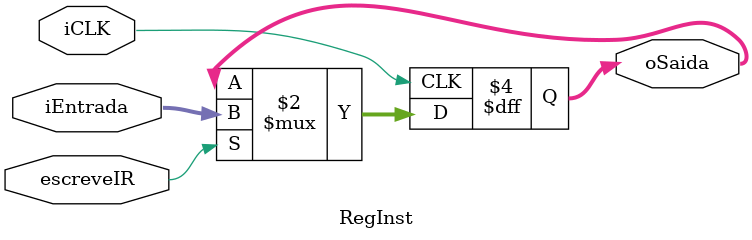
<source format=v>
module RegInst(
	input iCLK, 
	input escreveIR,
	input [31:0] iEntrada,
	output [31:0] oSaida
);

always @(posedge iCLK)
begin
	if(escreveIR)
		oSaida <= iEntrada;
end

endmodule 
</source>
